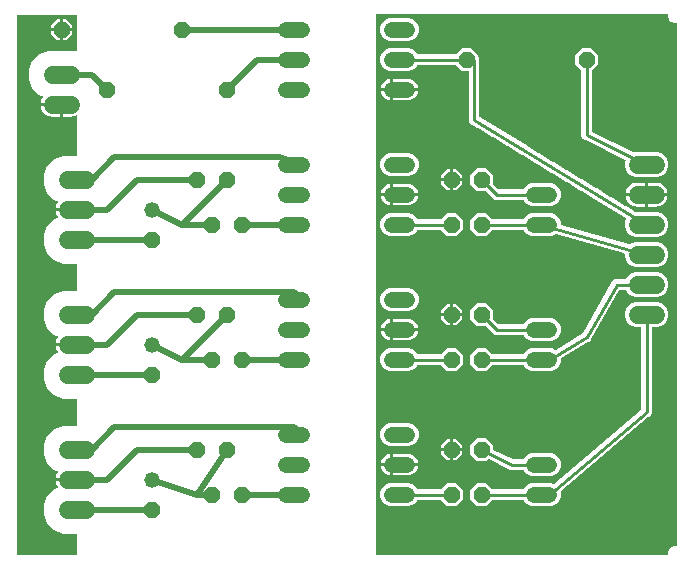
<source format=gbr>
G04 EAGLE Gerber X2 export*
%TF.Part,Single*%
%TF.FileFunction,Copper,L1,Top,Mixed*%
%TF.FilePolarity,Positive*%
%TF.GenerationSoftware,Autodesk,EAGLE,8.6.0*%
%TF.CreationDate,2018-02-02T01:37:18Z*%
G75*
%MOMM*%
%FSLAX34Y34*%
%LPD*%
%AMOC8*
5,1,8,0,0,1.08239X$1,22.5*%
G01*
%ADD10C,1.320800*%
%ADD11P,1.429621X8X22.500000*%
%ADD12C,1.524000*%
%ADD13P,1.429621X8X202.500000*%
%ADD14P,1.429621X8X292.500000*%
%ADD15C,1.320800*%
%ADD16C,0.508000*%
%ADD17C,0.254000*%

G36*
X601318Y189742D02*
X601318Y189742D01*
X601337Y189740D01*
X601439Y189762D01*
X601541Y189779D01*
X601558Y189788D01*
X601578Y189792D01*
X601667Y189845D01*
X601758Y189894D01*
X601772Y189908D01*
X601789Y189918D01*
X601856Y189997D01*
X601928Y190072D01*
X601936Y190090D01*
X601949Y190105D01*
X601988Y190201D01*
X602031Y190295D01*
X602033Y190315D01*
X602041Y190333D01*
X602059Y190500D01*
X602059Y192000D01*
X603207Y194772D01*
X605328Y196893D01*
X608100Y198041D01*
X609600Y198041D01*
X609620Y198044D01*
X609639Y198042D01*
X609741Y198064D01*
X609843Y198080D01*
X609860Y198090D01*
X609880Y198094D01*
X609969Y198147D01*
X610060Y198196D01*
X610074Y198210D01*
X610091Y198220D01*
X610158Y198299D01*
X610230Y198374D01*
X610238Y198392D01*
X610251Y198407D01*
X610290Y198503D01*
X610333Y198597D01*
X610335Y198617D01*
X610343Y198635D01*
X610361Y198802D01*
X610361Y639398D01*
X610358Y639418D01*
X610360Y639437D01*
X610338Y639539D01*
X610322Y639641D01*
X610312Y639658D01*
X610308Y639678D01*
X610255Y639767D01*
X610206Y639858D01*
X610192Y639872D01*
X610182Y639889D01*
X610103Y639956D01*
X610028Y640028D01*
X610010Y640036D01*
X609995Y640049D01*
X609899Y640088D01*
X609805Y640131D01*
X609785Y640133D01*
X609767Y640141D01*
X609600Y640159D01*
X608100Y640159D01*
X605328Y641307D01*
X603207Y643428D01*
X602059Y646200D01*
X602059Y647700D01*
X602056Y647720D01*
X602058Y647739D01*
X602036Y647841D01*
X602020Y647943D01*
X602010Y647960D01*
X602006Y647980D01*
X601953Y648069D01*
X601904Y648160D01*
X601890Y648174D01*
X601880Y648191D01*
X601801Y648258D01*
X601726Y648330D01*
X601708Y648338D01*
X601693Y648351D01*
X601597Y648390D01*
X601503Y648433D01*
X601483Y648435D01*
X601465Y648443D01*
X601298Y648461D01*
X355600Y648461D01*
X355580Y648458D01*
X355561Y648460D01*
X355459Y648438D01*
X355357Y648422D01*
X355340Y648412D01*
X355320Y648408D01*
X355231Y648355D01*
X355140Y648306D01*
X355126Y648292D01*
X355109Y648282D01*
X355042Y648203D01*
X354971Y648128D01*
X354962Y648110D01*
X354949Y648095D01*
X354910Y647999D01*
X354867Y647905D01*
X354865Y647885D01*
X354857Y647867D01*
X354839Y647700D01*
X354839Y190500D01*
X354842Y190480D01*
X354840Y190461D01*
X354862Y190359D01*
X354879Y190257D01*
X354888Y190240D01*
X354892Y190220D01*
X354945Y190131D01*
X354994Y190040D01*
X355008Y190026D01*
X355018Y190009D01*
X355097Y189942D01*
X355172Y189871D01*
X355190Y189862D01*
X355205Y189849D01*
X355301Y189810D01*
X355395Y189767D01*
X355415Y189765D01*
X355433Y189757D01*
X355600Y189739D01*
X601298Y189739D01*
X601318Y189742D01*
G37*
G36*
X101620Y190504D02*
X101620Y190504D01*
X101639Y190502D01*
X101741Y190524D01*
X101843Y190540D01*
X101860Y190550D01*
X101880Y190554D01*
X101969Y190607D01*
X102060Y190656D01*
X102074Y190670D01*
X102091Y190680D01*
X102158Y190759D01*
X102230Y190834D01*
X102238Y190852D01*
X102251Y190867D01*
X102290Y190963D01*
X102333Y191057D01*
X102335Y191077D01*
X102343Y191095D01*
X102361Y191262D01*
X102361Y207518D01*
X102358Y207538D01*
X102360Y207557D01*
X102338Y207659D01*
X102322Y207761D01*
X102312Y207778D01*
X102308Y207798D01*
X102255Y207887D01*
X102206Y207978D01*
X102192Y207992D01*
X102182Y208009D01*
X102103Y208076D01*
X102028Y208148D01*
X102010Y208156D01*
X101995Y208169D01*
X101899Y208208D01*
X101805Y208251D01*
X101785Y208253D01*
X101767Y208261D01*
X101600Y208279D01*
X89938Y208279D01*
X82469Y211373D01*
X76753Y217089D01*
X73659Y224558D01*
X73659Y232642D01*
X76753Y240111D01*
X82469Y245827D01*
X85335Y247014D01*
X85428Y247072D01*
X85523Y247126D01*
X85532Y247136D01*
X85544Y247144D01*
X85614Y247228D01*
X85687Y247309D01*
X85692Y247322D01*
X85701Y247333D01*
X85740Y247435D01*
X85783Y247536D01*
X85784Y247550D01*
X85789Y247563D01*
X85794Y247672D01*
X85803Y247781D01*
X85799Y247794D01*
X85800Y247809D01*
X85769Y247914D01*
X85743Y248019D01*
X85734Y248034D01*
X85731Y248045D01*
X85715Y248069D01*
X85660Y248165D01*
X85290Y248675D01*
X84564Y250100D01*
X84069Y251621D01*
X83934Y252477D01*
X100838Y252477D01*
X100858Y252480D01*
X100877Y252478D01*
X100979Y252500D01*
X101081Y252517D01*
X101098Y252526D01*
X101118Y252530D01*
X101207Y252583D01*
X101298Y252632D01*
X101312Y252646D01*
X101329Y252656D01*
X101396Y252735D01*
X101467Y252810D01*
X101476Y252828D01*
X101489Y252843D01*
X101527Y252939D01*
X101571Y253033D01*
X101573Y253053D01*
X101581Y253071D01*
X101599Y253238D01*
X101599Y254762D01*
X101596Y254782D01*
X101598Y254801D01*
X101576Y254903D01*
X101559Y255005D01*
X101550Y255022D01*
X101546Y255042D01*
X101493Y255131D01*
X101444Y255222D01*
X101430Y255236D01*
X101420Y255253D01*
X101341Y255320D01*
X101266Y255391D01*
X101248Y255400D01*
X101233Y255413D01*
X101137Y255452D01*
X101043Y255495D01*
X101023Y255497D01*
X101005Y255505D01*
X100838Y255523D01*
X83934Y255523D01*
X84069Y256379D01*
X84564Y257900D01*
X85290Y259325D01*
X85660Y259835D01*
X85709Y259932D01*
X85762Y260028D01*
X85764Y260042D01*
X85771Y260055D01*
X85786Y260163D01*
X85805Y260270D01*
X85803Y260284D01*
X85805Y260298D01*
X85785Y260405D01*
X85769Y260513D01*
X85763Y260526D01*
X85760Y260540D01*
X85707Y260635D01*
X85658Y260733D01*
X85648Y260743D01*
X85641Y260755D01*
X85560Y260828D01*
X85482Y260905D01*
X85467Y260913D01*
X85459Y260921D01*
X85433Y260932D01*
X85335Y260986D01*
X82469Y262173D01*
X76753Y267889D01*
X73659Y275358D01*
X73659Y283442D01*
X76753Y290911D01*
X82469Y296627D01*
X89938Y299721D01*
X101600Y299721D01*
X101620Y299724D01*
X101639Y299722D01*
X101741Y299744D01*
X101843Y299760D01*
X101860Y299770D01*
X101880Y299774D01*
X101969Y299827D01*
X102060Y299876D01*
X102074Y299890D01*
X102091Y299900D01*
X102158Y299979D01*
X102230Y300054D01*
X102238Y300072D01*
X102251Y300087D01*
X102290Y300183D01*
X102333Y300277D01*
X102335Y300297D01*
X102343Y300315D01*
X102361Y300482D01*
X102361Y321818D01*
X102358Y321838D01*
X102360Y321857D01*
X102338Y321959D01*
X102322Y322061D01*
X102312Y322078D01*
X102308Y322098D01*
X102255Y322187D01*
X102206Y322278D01*
X102192Y322292D01*
X102182Y322309D01*
X102103Y322376D01*
X102028Y322448D01*
X102010Y322456D01*
X101995Y322469D01*
X101899Y322508D01*
X101805Y322551D01*
X101785Y322553D01*
X101767Y322561D01*
X101600Y322579D01*
X89938Y322579D01*
X82469Y325673D01*
X76753Y331389D01*
X73659Y338858D01*
X73659Y346942D01*
X76753Y354411D01*
X82469Y360127D01*
X85335Y361314D01*
X85428Y361372D01*
X85523Y361426D01*
X85532Y361436D01*
X85544Y361444D01*
X85614Y361528D01*
X85687Y361609D01*
X85692Y361622D01*
X85701Y361633D01*
X85740Y361735D01*
X85783Y361836D01*
X85784Y361850D01*
X85789Y361863D01*
X85794Y361972D01*
X85803Y362081D01*
X85799Y362094D01*
X85800Y362109D01*
X85769Y362214D01*
X85743Y362319D01*
X85734Y362334D01*
X85731Y362345D01*
X85715Y362369D01*
X85660Y362465D01*
X85290Y362975D01*
X84564Y364400D01*
X84069Y365921D01*
X83934Y366777D01*
X100838Y366777D01*
X100858Y366780D01*
X100877Y366778D01*
X100979Y366800D01*
X101081Y366817D01*
X101098Y366826D01*
X101118Y366830D01*
X101207Y366883D01*
X101298Y366932D01*
X101312Y366946D01*
X101329Y366956D01*
X101396Y367035D01*
X101467Y367110D01*
X101476Y367128D01*
X101489Y367143D01*
X101527Y367239D01*
X101571Y367333D01*
X101573Y367353D01*
X101581Y367371D01*
X101599Y367538D01*
X101599Y369062D01*
X101596Y369082D01*
X101598Y369101D01*
X101576Y369203D01*
X101559Y369305D01*
X101550Y369322D01*
X101546Y369342D01*
X101493Y369431D01*
X101444Y369522D01*
X101430Y369536D01*
X101420Y369553D01*
X101341Y369620D01*
X101266Y369691D01*
X101248Y369700D01*
X101233Y369713D01*
X101137Y369752D01*
X101043Y369795D01*
X101023Y369797D01*
X101005Y369805D01*
X100838Y369823D01*
X83934Y369823D01*
X84069Y370679D01*
X84564Y372200D01*
X85290Y373625D01*
X85660Y374135D01*
X85709Y374232D01*
X85762Y374328D01*
X85764Y374342D01*
X85771Y374355D01*
X85786Y374463D01*
X85805Y374570D01*
X85803Y374584D01*
X85805Y374598D01*
X85785Y374705D01*
X85769Y374813D01*
X85763Y374826D01*
X85760Y374840D01*
X85707Y374935D01*
X85658Y375033D01*
X85648Y375043D01*
X85641Y375055D01*
X85560Y375128D01*
X85482Y375205D01*
X85467Y375213D01*
X85459Y375221D01*
X85433Y375232D01*
X85335Y375286D01*
X82469Y376473D01*
X76753Y382189D01*
X73659Y389658D01*
X73659Y397742D01*
X76753Y405211D01*
X82469Y410927D01*
X89938Y414021D01*
X101600Y414021D01*
X101620Y414024D01*
X101639Y414022D01*
X101741Y414044D01*
X101843Y414060D01*
X101860Y414070D01*
X101880Y414074D01*
X101969Y414127D01*
X102060Y414176D01*
X102074Y414190D01*
X102091Y414200D01*
X102158Y414279D01*
X102230Y414354D01*
X102238Y414372D01*
X102251Y414387D01*
X102290Y414483D01*
X102333Y414577D01*
X102335Y414597D01*
X102343Y414615D01*
X102361Y414782D01*
X102361Y436118D01*
X102358Y436138D01*
X102360Y436157D01*
X102338Y436259D01*
X102322Y436361D01*
X102312Y436378D01*
X102308Y436398D01*
X102255Y436487D01*
X102206Y436578D01*
X102192Y436592D01*
X102182Y436609D01*
X102103Y436676D01*
X102028Y436748D01*
X102010Y436756D01*
X101995Y436769D01*
X101899Y436808D01*
X101805Y436851D01*
X101785Y436853D01*
X101767Y436861D01*
X101600Y436879D01*
X89938Y436879D01*
X82469Y439973D01*
X76753Y445689D01*
X73659Y453158D01*
X73659Y461242D01*
X76753Y468711D01*
X82469Y474427D01*
X85335Y475614D01*
X85428Y475672D01*
X85523Y475726D01*
X85532Y475736D01*
X85544Y475744D01*
X85614Y475828D01*
X85687Y475909D01*
X85692Y475922D01*
X85701Y475933D01*
X85740Y476035D01*
X85783Y476136D01*
X85784Y476150D01*
X85789Y476163D01*
X85794Y476272D01*
X85803Y476381D01*
X85799Y476394D01*
X85800Y476409D01*
X85769Y476514D01*
X85743Y476619D01*
X85734Y476634D01*
X85731Y476645D01*
X85715Y476669D01*
X85660Y476765D01*
X85290Y477275D01*
X84564Y478700D01*
X84069Y480221D01*
X83934Y481077D01*
X100838Y481077D01*
X100858Y481080D01*
X100877Y481078D01*
X100979Y481100D01*
X101081Y481117D01*
X101098Y481126D01*
X101118Y481130D01*
X101207Y481183D01*
X101298Y481232D01*
X101312Y481246D01*
X101329Y481256D01*
X101396Y481335D01*
X101467Y481410D01*
X101476Y481428D01*
X101489Y481443D01*
X101527Y481539D01*
X101571Y481633D01*
X101573Y481653D01*
X101581Y481671D01*
X101599Y481838D01*
X101599Y483362D01*
X101596Y483382D01*
X101598Y483401D01*
X101576Y483503D01*
X101559Y483605D01*
X101550Y483622D01*
X101546Y483642D01*
X101493Y483731D01*
X101444Y483822D01*
X101430Y483836D01*
X101420Y483853D01*
X101341Y483920D01*
X101266Y483991D01*
X101248Y484000D01*
X101233Y484013D01*
X101137Y484052D01*
X101043Y484095D01*
X101023Y484097D01*
X101005Y484105D01*
X100838Y484123D01*
X83934Y484123D01*
X84069Y484979D01*
X84564Y486500D01*
X85290Y487925D01*
X85660Y488435D01*
X85709Y488532D01*
X85762Y488628D01*
X85764Y488642D01*
X85771Y488655D01*
X85786Y488763D01*
X85805Y488870D01*
X85803Y488884D01*
X85805Y488898D01*
X85785Y489005D01*
X85769Y489113D01*
X85763Y489126D01*
X85760Y489140D01*
X85707Y489235D01*
X85658Y489333D01*
X85648Y489343D01*
X85641Y489355D01*
X85560Y489428D01*
X85482Y489505D01*
X85467Y489513D01*
X85459Y489521D01*
X85433Y489532D01*
X85335Y489586D01*
X82469Y490773D01*
X76753Y496489D01*
X73659Y503958D01*
X73659Y512042D01*
X76753Y519511D01*
X82469Y525227D01*
X89938Y528321D01*
X101600Y528321D01*
X101620Y528324D01*
X101639Y528322D01*
X101741Y528344D01*
X101843Y528360D01*
X101860Y528370D01*
X101880Y528374D01*
X101969Y528427D01*
X102060Y528476D01*
X102074Y528490D01*
X102091Y528500D01*
X102158Y528579D01*
X102230Y528654D01*
X102238Y528672D01*
X102251Y528687D01*
X102290Y528783D01*
X102333Y528877D01*
X102335Y528897D01*
X102343Y528915D01*
X102361Y529082D01*
X102361Y561830D01*
X102349Y561905D01*
X102346Y561981D01*
X102329Y562026D01*
X102322Y562073D01*
X102286Y562140D01*
X102259Y562211D01*
X102229Y562248D01*
X102206Y562290D01*
X102152Y562343D01*
X102104Y562401D01*
X102063Y562427D01*
X102028Y562460D01*
X101959Y562492D01*
X101895Y562532D01*
X101849Y562543D01*
X101805Y562563D01*
X101730Y562572D01*
X101656Y562590D01*
X101608Y562585D01*
X101561Y562591D01*
X101487Y562575D01*
X101411Y562568D01*
X101351Y562545D01*
X101320Y562538D01*
X101298Y562525D01*
X101254Y562509D01*
X100420Y562084D01*
X98899Y561589D01*
X97320Y561339D01*
X90423Y561339D01*
X90423Y570738D01*
X90420Y570758D01*
X90422Y570777D01*
X90400Y570879D01*
X90383Y570981D01*
X90374Y570998D01*
X90370Y571018D01*
X90317Y571107D01*
X90268Y571198D01*
X90254Y571212D01*
X90244Y571229D01*
X90165Y571296D01*
X90090Y571367D01*
X90072Y571376D01*
X90057Y571389D01*
X89961Y571427D01*
X89867Y571471D01*
X89847Y571473D01*
X89829Y571481D01*
X89662Y571499D01*
X88899Y571499D01*
X88899Y572262D01*
X88896Y572282D01*
X88898Y572301D01*
X88876Y572403D01*
X88859Y572505D01*
X88850Y572522D01*
X88846Y572542D01*
X88793Y572631D01*
X88744Y572722D01*
X88730Y572736D01*
X88720Y572753D01*
X88641Y572820D01*
X88566Y572891D01*
X88548Y572900D01*
X88533Y572913D01*
X88437Y572952D01*
X88343Y572995D01*
X88323Y572997D01*
X88305Y573005D01*
X88138Y573023D01*
X71234Y573023D01*
X71369Y573879D01*
X71864Y575400D01*
X72590Y576825D01*
X72960Y577335D01*
X73009Y577432D01*
X73062Y577528D01*
X73064Y577542D01*
X73071Y577555D01*
X73086Y577662D01*
X73105Y577770D01*
X73103Y577784D01*
X73105Y577798D01*
X73085Y577906D01*
X73070Y578013D01*
X73063Y578026D01*
X73060Y578040D01*
X73007Y578135D01*
X72958Y578233D01*
X72948Y578243D01*
X72941Y578255D01*
X72861Y578328D01*
X72782Y578405D01*
X72767Y578413D01*
X72759Y578421D01*
X72733Y578432D01*
X72635Y578486D01*
X69769Y579673D01*
X64053Y585389D01*
X60959Y592858D01*
X60959Y600942D01*
X64053Y608411D01*
X69769Y614127D01*
X77238Y617221D01*
X100562Y617221D01*
X101309Y616911D01*
X101353Y616901D01*
X101395Y616882D01*
X101472Y616873D01*
X101548Y616855D01*
X101594Y616860D01*
X101639Y616855D01*
X101716Y616871D01*
X101793Y616878D01*
X101835Y616897D01*
X101880Y616907D01*
X101947Y616947D01*
X102018Y616978D01*
X102052Y617009D01*
X102091Y617033D01*
X102142Y617092D01*
X102199Y617145D01*
X102221Y617185D01*
X102251Y617220D01*
X102280Y617292D01*
X102317Y617360D01*
X102326Y617405D01*
X102343Y617448D01*
X102358Y617584D01*
X102361Y617602D01*
X102360Y617607D01*
X102361Y617615D01*
X102361Y646838D01*
X102358Y646858D01*
X102360Y646877D01*
X102338Y646979D01*
X102322Y647081D01*
X102312Y647098D01*
X102308Y647118D01*
X102255Y647207D01*
X102206Y647298D01*
X102192Y647312D01*
X102182Y647329D01*
X102103Y647396D01*
X102028Y647468D01*
X102010Y647476D01*
X101995Y647489D01*
X101899Y647528D01*
X101805Y647571D01*
X101785Y647573D01*
X101767Y647581D01*
X101600Y647599D01*
X51562Y647599D01*
X51542Y647596D01*
X51523Y647598D01*
X51421Y647576D01*
X51319Y647560D01*
X51302Y647550D01*
X51282Y647546D01*
X51193Y647493D01*
X51102Y647444D01*
X51088Y647430D01*
X51071Y647420D01*
X51004Y647341D01*
X50932Y647266D01*
X50924Y647248D01*
X50911Y647233D01*
X50872Y647137D01*
X50829Y647043D01*
X50827Y647023D01*
X50819Y647005D01*
X50801Y646838D01*
X50801Y191262D01*
X50804Y191242D01*
X50802Y191223D01*
X50824Y191121D01*
X50840Y191019D01*
X50850Y191002D01*
X50854Y190982D01*
X50907Y190893D01*
X50956Y190802D01*
X50970Y190788D01*
X50980Y190771D01*
X51059Y190704D01*
X51134Y190632D01*
X51152Y190624D01*
X51167Y190611D01*
X51263Y190572D01*
X51357Y190529D01*
X51377Y190527D01*
X51395Y190519D01*
X51562Y190501D01*
X101600Y190501D01*
X101620Y190504D01*
G37*
%LPC*%
G36*
X574458Y459231D02*
X574458Y459231D01*
X570537Y460855D01*
X567535Y463857D01*
X565911Y467778D01*
X565911Y472022D01*
X566970Y474578D01*
X566989Y474660D01*
X567017Y474740D01*
X567017Y474779D01*
X567026Y474817D01*
X567018Y474901D01*
X567019Y474986D01*
X567007Y475023D01*
X567003Y475062D01*
X566968Y475139D01*
X566942Y475220D01*
X566919Y475251D01*
X566903Y475287D01*
X566846Y475349D01*
X566795Y475417D01*
X566755Y475448D01*
X566736Y475468D01*
X566710Y475482D01*
X566662Y475519D01*
X539842Y491845D01*
X538592Y492606D01*
X538591Y492606D01*
X537341Y493367D01*
X536090Y494128D01*
X534840Y494890D01*
X534839Y494890D01*
X533589Y495651D01*
X532338Y496412D01*
X531088Y497173D01*
X529837Y497935D01*
X528587Y498696D01*
X528586Y498696D01*
X527336Y499457D01*
X526085Y500218D01*
X524835Y500980D01*
X524834Y500980D01*
X523584Y501741D01*
X522333Y502502D01*
X521083Y503263D01*
X519832Y504025D01*
X518582Y504786D01*
X518581Y504786D01*
X517331Y505547D01*
X516080Y506308D01*
X514830Y507070D01*
X514829Y507070D01*
X513579Y507831D01*
X512328Y508592D01*
X511078Y509353D01*
X509827Y510115D01*
X508577Y510876D01*
X508576Y510876D01*
X507326Y511637D01*
X506075Y512398D01*
X504825Y513160D01*
X504824Y513160D01*
X503574Y513921D01*
X502323Y514682D01*
X501073Y515443D01*
X499822Y516205D01*
X498572Y516966D01*
X498571Y516966D01*
X497321Y517727D01*
X496070Y518488D01*
X494820Y519250D01*
X494819Y519250D01*
X493569Y520011D01*
X492318Y520772D01*
X491068Y521533D01*
X489817Y522295D01*
X488567Y523056D01*
X488566Y523056D01*
X487316Y523817D01*
X486065Y524578D01*
X484815Y525340D01*
X484814Y525340D01*
X483564Y526101D01*
X482313Y526862D01*
X481063Y527623D01*
X479812Y528385D01*
X478562Y529146D01*
X478561Y529146D01*
X477311Y529907D01*
X476060Y530668D01*
X474810Y531430D01*
X474809Y531430D01*
X473559Y532191D01*
X472308Y532952D01*
X471058Y533713D01*
X469807Y534475D01*
X468557Y535236D01*
X468556Y535236D01*
X467306Y535997D01*
X466055Y536758D01*
X464805Y537520D01*
X464804Y537520D01*
X463554Y538281D01*
X462303Y539042D01*
X461053Y539803D01*
X459802Y540565D01*
X458552Y541326D01*
X458551Y541326D01*
X457301Y542087D01*
X456050Y542848D01*
X454800Y543610D01*
X454799Y543610D01*
X453549Y544371D01*
X452298Y545132D01*
X451048Y545893D01*
X449797Y546655D01*
X448547Y547416D01*
X448546Y547416D01*
X447296Y548177D01*
X446045Y548938D01*
X444795Y549700D01*
X444794Y549700D01*
X443544Y550461D01*
X442293Y551222D01*
X441043Y551983D01*
X439792Y552745D01*
X438542Y553506D01*
X438541Y553506D01*
X437291Y554267D01*
X437121Y554370D01*
X437120Y554371D01*
X437000Y554419D01*
X436893Y554463D01*
X436892Y554463D01*
X436726Y554481D01*
X436361Y554481D01*
X435527Y555316D01*
X435521Y555320D01*
X435517Y555325D01*
X435384Y555428D01*
X434376Y556041D01*
X434290Y556395D01*
X434290Y556396D01*
X434244Y556504D01*
X434194Y556622D01*
X434194Y556623D01*
X434089Y556754D01*
X433831Y557011D01*
X433831Y558191D01*
X433830Y558198D01*
X433831Y558205D01*
X433830Y558217D01*
X433830Y558223D01*
X433827Y558240D01*
X433810Y558371D01*
X433531Y559517D01*
X433720Y559829D01*
X433721Y559830D01*
X433769Y559950D01*
X433813Y560057D01*
X433813Y560058D01*
X433831Y560225D01*
X433831Y599186D01*
X433828Y599206D01*
X433830Y599225D01*
X433808Y599327D01*
X433792Y599429D01*
X433782Y599446D01*
X433778Y599466D01*
X433725Y599555D01*
X433676Y599646D01*
X433662Y599660D01*
X433652Y599677D01*
X433573Y599744D01*
X433498Y599816D01*
X433480Y599824D01*
X433465Y599837D01*
X433369Y599876D01*
X433275Y599919D01*
X433255Y599921D01*
X433237Y599929D01*
X433070Y599947D01*
X427802Y599947D01*
X422691Y605058D01*
X422617Y605111D01*
X422547Y605171D01*
X422517Y605183D01*
X422491Y605202D01*
X422404Y605229D01*
X422319Y605263D01*
X422278Y605267D01*
X422256Y605274D01*
X422224Y605273D01*
X422152Y605281D01*
X390676Y605281D01*
X390561Y605262D01*
X390445Y605245D01*
X390439Y605243D01*
X390433Y605242D01*
X390331Y605187D01*
X390226Y605134D01*
X390221Y605129D01*
X390216Y605126D01*
X390136Y605042D01*
X390053Y604958D01*
X390050Y604952D01*
X390046Y604948D01*
X390038Y604931D01*
X389972Y604811D01*
X389691Y604132D01*
X386976Y601417D01*
X383428Y599947D01*
X366380Y599947D01*
X362832Y601417D01*
X360117Y604132D01*
X358647Y607680D01*
X358647Y611520D01*
X360117Y615068D01*
X362832Y617783D01*
X366380Y619253D01*
X383428Y619253D01*
X386976Y617783D01*
X389691Y615068D01*
X389972Y614389D01*
X390034Y614289D01*
X390094Y614189D01*
X390099Y614185D01*
X390102Y614180D01*
X390193Y614105D01*
X390281Y614029D01*
X390287Y614027D01*
X390292Y614023D01*
X390400Y613981D01*
X390509Y613937D01*
X390517Y613936D01*
X390521Y613935D01*
X390539Y613934D01*
X390676Y613919D01*
X422152Y613919D01*
X422242Y613933D01*
X422333Y613941D01*
X422363Y613953D01*
X422395Y613958D01*
X422476Y614001D01*
X422560Y614037D01*
X422592Y614063D01*
X422613Y614074D01*
X422635Y614097D01*
X422691Y614142D01*
X427802Y619253D01*
X435798Y619253D01*
X441453Y613598D01*
X441453Y612720D01*
X441467Y612630D01*
X441475Y612539D01*
X441487Y612509D01*
X441492Y612477D01*
X441535Y612397D01*
X441571Y612313D01*
X441597Y612281D01*
X441608Y612260D01*
X441631Y612238D01*
X441676Y612182D01*
X442469Y611389D01*
X442469Y561655D01*
X442478Y561597D01*
X442478Y561538D01*
X442498Y561476D01*
X442508Y561412D01*
X442536Y561360D01*
X442554Y561304D01*
X442593Y561252D01*
X442624Y561195D01*
X442666Y561154D01*
X442701Y561107D01*
X442779Y561047D01*
X442802Y561025D01*
X442815Y561019D01*
X442834Y561005D01*
X483555Y536218D01*
X484806Y535457D01*
X486056Y534695D01*
X486057Y534695D01*
X487307Y533934D01*
X488558Y533173D01*
X489808Y532412D01*
X491059Y531650D01*
X492310Y530889D01*
X493560Y530128D01*
X494811Y529367D01*
X496061Y528605D01*
X496062Y528605D01*
X497312Y527844D01*
X498563Y527083D01*
X499813Y526322D01*
X501064Y525560D01*
X502315Y524799D01*
X503565Y524038D01*
X504816Y523277D01*
X506066Y522515D01*
X506067Y522515D01*
X507317Y521754D01*
X508568Y520993D01*
X509818Y520232D01*
X511069Y519470D01*
X512320Y518709D01*
X513570Y517948D01*
X514821Y517187D01*
X516071Y516425D01*
X516072Y516425D01*
X517322Y515664D01*
X518573Y514903D01*
X519823Y514142D01*
X521074Y513380D01*
X522325Y512619D01*
X523575Y511858D01*
X524826Y511097D01*
X526076Y510335D01*
X526077Y510335D01*
X527327Y509574D01*
X528578Y508813D01*
X529828Y508052D01*
X531079Y507290D01*
X532330Y506529D01*
X533580Y505768D01*
X534831Y505007D01*
X536081Y504245D01*
X536082Y504245D01*
X537332Y503484D01*
X538583Y502723D01*
X539833Y501962D01*
X541084Y501200D01*
X542335Y500439D01*
X543585Y499678D01*
X544836Y498917D01*
X546086Y498155D01*
X546087Y498155D01*
X547337Y497394D01*
X548588Y496633D01*
X549838Y495872D01*
X551089Y495110D01*
X552340Y494349D01*
X553590Y493588D01*
X554841Y492827D01*
X556091Y492065D01*
X556092Y492065D01*
X557342Y491304D01*
X558593Y490543D01*
X559843Y489782D01*
X561094Y489020D01*
X562344Y488259D01*
X562345Y488259D01*
X563595Y487498D01*
X564846Y486737D01*
X566096Y485975D01*
X566097Y485975D01*
X567347Y485214D01*
X568598Y484453D01*
X569848Y483692D01*
X571099Y482930D01*
X572349Y482169D01*
X572350Y482169D01*
X573600Y481408D01*
X574797Y480680D01*
X574797Y480679D01*
X574918Y480631D01*
X575025Y480587D01*
X575026Y480587D01*
X575192Y480569D01*
X593942Y480569D01*
X597863Y478945D01*
X600865Y475943D01*
X602489Y472022D01*
X602489Y467778D01*
X600865Y463857D01*
X597863Y460855D01*
X593942Y459231D01*
X574458Y459231D01*
G37*
%LPD*%
%LPC*%
G36*
X440502Y231647D02*
X440502Y231647D01*
X434847Y237302D01*
X434847Y245298D01*
X440502Y250953D01*
X448498Y250953D01*
X453609Y245842D01*
X453683Y245789D01*
X453753Y245729D01*
X453783Y245717D01*
X453809Y245698D01*
X453896Y245671D01*
X453981Y245637D01*
X454022Y245633D01*
X454044Y245626D01*
X454076Y245627D01*
X454148Y245619D01*
X479528Y245619D01*
X479643Y245638D01*
X479759Y245655D01*
X479765Y245657D01*
X479771Y245658D01*
X479873Y245713D01*
X479978Y245766D01*
X479983Y245771D01*
X479988Y245774D01*
X480068Y245858D01*
X480151Y245942D01*
X480154Y245948D01*
X480158Y245952D01*
X480166Y245969D01*
X480232Y246089D01*
X480513Y246768D01*
X483228Y249483D01*
X486776Y250953D01*
X503824Y250953D01*
X505106Y250422D01*
X505189Y250402D01*
X505270Y250375D01*
X505308Y250374D01*
X505345Y250366D01*
X505430Y250374D01*
X505516Y250373D01*
X505552Y250385D01*
X505590Y250389D01*
X505668Y250424D01*
X505750Y250450D01*
X505791Y250478D01*
X505815Y250489D01*
X505837Y250509D01*
X505889Y250544D01*
X579612Y312925D01*
X579685Y313011D01*
X579771Y313111D01*
X579771Y313112D01*
X579813Y313216D01*
X579863Y313339D01*
X579863Y313340D01*
X579863Y313342D01*
X579881Y313506D01*
X579881Y382270D01*
X579878Y382290D01*
X579880Y382309D01*
X579858Y382411D01*
X579842Y382513D01*
X579832Y382530D01*
X579828Y382550D01*
X579775Y382639D01*
X579726Y382730D01*
X579712Y382744D01*
X579702Y382761D01*
X579623Y382828D01*
X579548Y382900D01*
X579530Y382908D01*
X579515Y382921D01*
X579419Y382960D01*
X579325Y383003D01*
X579305Y383005D01*
X579287Y383013D01*
X579120Y383031D01*
X574458Y383031D01*
X570537Y384655D01*
X567535Y387657D01*
X565911Y391578D01*
X565911Y395822D01*
X567535Y399743D01*
X570537Y402745D01*
X574458Y404369D01*
X593942Y404369D01*
X597863Y402745D01*
X600865Y399743D01*
X602489Y395822D01*
X602489Y391578D01*
X600865Y387657D01*
X597863Y384655D01*
X593942Y383031D01*
X589280Y383031D01*
X589260Y383028D01*
X589241Y383030D01*
X589139Y383008D01*
X589037Y382992D01*
X589020Y382982D01*
X589000Y382978D01*
X588911Y382925D01*
X588820Y382876D01*
X588806Y382862D01*
X588789Y382852D01*
X588722Y382773D01*
X588650Y382698D01*
X588642Y382680D01*
X588629Y382665D01*
X588590Y382569D01*
X588547Y382475D01*
X588545Y382455D01*
X588537Y382437D01*
X588519Y382270D01*
X588519Y313011D01*
X588528Y312952D01*
X588528Y312892D01*
X588548Y312831D01*
X588558Y312768D01*
X588586Y312715D01*
X588605Y312658D01*
X588653Y312587D01*
X588521Y311002D01*
X588523Y310979D01*
X588519Y310939D01*
X588519Y309348D01*
X588492Y309321D01*
X588463Y309264D01*
X588426Y309212D01*
X588409Y309155D01*
X588382Y309102D01*
X588365Y309017D01*
X587151Y307990D01*
X587136Y307972D01*
X587104Y307947D01*
X585979Y306822D01*
X585942Y306822D01*
X585881Y306802D01*
X585818Y306792D01*
X585765Y306764D01*
X585708Y306745D01*
X585629Y306692D01*
X585601Y306676D01*
X585590Y306665D01*
X585569Y306651D01*
X511734Y244175D01*
X511717Y244156D01*
X511696Y244141D01*
X511638Y244063D01*
X511574Y243988D01*
X511565Y243964D01*
X511550Y243944D01*
X511519Y243851D01*
X511483Y243760D01*
X511481Y243734D01*
X511473Y243710D01*
X511474Y243612D01*
X511469Y243514D01*
X511475Y243490D01*
X511476Y243464D01*
X511522Y243303D01*
X511557Y243220D01*
X511557Y239380D01*
X510087Y235832D01*
X507372Y233117D01*
X503824Y231647D01*
X486776Y231647D01*
X483228Y233117D01*
X480513Y235832D01*
X480232Y236511D01*
X480170Y236611D01*
X480110Y236711D01*
X480105Y236715D01*
X480102Y236720D01*
X480011Y236795D01*
X479923Y236871D01*
X479917Y236873D01*
X479912Y236877D01*
X479804Y236919D01*
X479695Y236963D01*
X479687Y236964D01*
X479683Y236965D01*
X479665Y236966D01*
X479528Y236981D01*
X454148Y236981D01*
X454057Y236967D01*
X453967Y236959D01*
X453937Y236947D01*
X453905Y236942D01*
X453824Y236899D01*
X453740Y236863D01*
X453708Y236837D01*
X453687Y236826D01*
X453665Y236803D01*
X453609Y236758D01*
X448498Y231647D01*
X440502Y231647D01*
G37*
%LPD*%
%LPC*%
G36*
X440502Y345947D02*
X440502Y345947D01*
X434847Y351602D01*
X434847Y359598D01*
X440502Y365253D01*
X448498Y365253D01*
X453609Y360142D01*
X453683Y360089D01*
X453753Y360029D01*
X453783Y360017D01*
X453809Y359998D01*
X453896Y359971D01*
X453981Y359937D01*
X454022Y359933D01*
X454044Y359926D01*
X454076Y359927D01*
X454148Y359919D01*
X479528Y359919D01*
X479643Y359938D01*
X479759Y359955D01*
X479765Y359957D01*
X479771Y359958D01*
X479873Y360013D01*
X479978Y360066D01*
X479983Y360071D01*
X479988Y360074D01*
X480068Y360158D01*
X480151Y360242D01*
X480154Y360248D01*
X480158Y360252D01*
X480166Y360269D01*
X480232Y360389D01*
X480513Y361068D01*
X483228Y363783D01*
X486776Y365253D01*
X503824Y365253D01*
X506735Y364047D01*
X506759Y364041D01*
X506780Y364030D01*
X506878Y364013D01*
X506975Y363991D01*
X506999Y363993D01*
X507023Y363989D01*
X507121Y364004D01*
X507220Y364014D01*
X507242Y364024D01*
X507266Y364027D01*
X507418Y364097D01*
X530040Y377670D01*
X530124Y377741D01*
X530210Y377810D01*
X530220Y377823D01*
X530227Y377829D01*
X530242Y377853D01*
X530309Y377945D01*
X554381Y420071D01*
X554420Y420177D01*
X554463Y420282D01*
X554464Y420294D01*
X554467Y420302D01*
X554468Y420327D01*
X554481Y420449D01*
X554481Y420889D01*
X555265Y421673D01*
X555275Y421687D01*
X555289Y421698D01*
X555388Y421833D01*
X555938Y422796D01*
X556362Y422912D01*
X556465Y422959D01*
X556569Y423003D01*
X556579Y423010D01*
X556586Y423014D01*
X556604Y423031D01*
X556700Y423108D01*
X557011Y423419D01*
X558120Y423419D01*
X558137Y423422D01*
X558154Y423420D01*
X558320Y423446D01*
X559390Y423737D01*
X559771Y423519D01*
X559877Y423480D01*
X559982Y423437D01*
X559994Y423436D01*
X560002Y423433D01*
X560027Y423432D01*
X560149Y423419D01*
X566312Y423419D01*
X566427Y423438D01*
X566543Y423455D01*
X566549Y423457D01*
X566555Y423458D01*
X566658Y423513D01*
X566763Y423566D01*
X566767Y423571D01*
X566773Y423574D01*
X566853Y423658D01*
X566935Y423742D01*
X566939Y423748D01*
X566942Y423752D01*
X566950Y423769D01*
X567016Y423889D01*
X567535Y425143D01*
X570537Y428145D01*
X574458Y429769D01*
X593942Y429769D01*
X597863Y428145D01*
X600865Y425143D01*
X602489Y421222D01*
X602489Y416978D01*
X600865Y413057D01*
X597863Y410055D01*
X593942Y408431D01*
X574458Y408431D01*
X570537Y410055D01*
X567535Y413057D01*
X567016Y414311D01*
X566954Y414411D01*
X566894Y414511D01*
X566890Y414515D01*
X566886Y414520D01*
X566796Y414595D01*
X566707Y414671D01*
X566702Y414673D01*
X566697Y414677D01*
X566588Y414719D01*
X566479Y414763D01*
X566472Y414764D01*
X566467Y414765D01*
X566449Y414766D01*
X566312Y414781D01*
X561748Y414781D01*
X561680Y414770D01*
X561610Y414769D01*
X561559Y414750D01*
X561505Y414742D01*
X561444Y414709D01*
X561379Y414686D01*
X561336Y414652D01*
X561288Y414626D01*
X561240Y414576D01*
X561186Y414533D01*
X561141Y414472D01*
X561119Y414448D01*
X561109Y414428D01*
X561087Y414398D01*
X537497Y373116D01*
X537490Y373096D01*
X537478Y373080D01*
X537420Y372923D01*
X537156Y371867D01*
X536760Y371630D01*
X536676Y371558D01*
X536590Y371490D01*
X536580Y371477D01*
X536573Y371471D01*
X536558Y371447D01*
X536491Y371355D01*
X536262Y370954D01*
X535212Y370668D01*
X535194Y370659D01*
X535173Y370656D01*
X535021Y370586D01*
X511926Y356729D01*
X511880Y356690D01*
X511827Y356658D01*
X511786Y356611D01*
X511739Y356570D01*
X511707Y356518D01*
X511667Y356471D01*
X511644Y356413D01*
X511611Y356360D01*
X511598Y356300D01*
X511575Y356243D01*
X511565Y356152D01*
X511558Y356120D01*
X511560Y356103D01*
X511557Y356077D01*
X511557Y353680D01*
X510087Y350132D01*
X507372Y347417D01*
X503824Y345947D01*
X486776Y345947D01*
X483228Y347417D01*
X480513Y350132D01*
X480232Y350811D01*
X480170Y350911D01*
X480110Y351011D01*
X480105Y351015D01*
X480102Y351020D01*
X480011Y351095D01*
X479923Y351171D01*
X479917Y351173D01*
X479912Y351177D01*
X479804Y351219D01*
X479695Y351263D01*
X479687Y351264D01*
X479683Y351265D01*
X479665Y351266D01*
X479528Y351281D01*
X454148Y351281D01*
X454058Y351267D01*
X453967Y351259D01*
X453937Y351247D01*
X453905Y351242D01*
X453824Y351199D01*
X453740Y351163D01*
X453708Y351137D01*
X453687Y351126D01*
X453665Y351103D01*
X453609Y351058D01*
X448498Y345947D01*
X440502Y345947D01*
G37*
%LPD*%
%LPC*%
G36*
X574458Y433831D02*
X574458Y433831D01*
X570537Y435455D01*
X567535Y438457D01*
X565911Y442378D01*
X565911Y444660D01*
X565905Y444697D01*
X565908Y444734D01*
X565885Y444818D01*
X565872Y444902D01*
X565854Y444935D01*
X565844Y444972D01*
X565797Y445044D01*
X565756Y445120D01*
X565729Y445146D01*
X565708Y445177D01*
X565641Y445230D01*
X565578Y445289D01*
X565544Y445305D01*
X565514Y445328D01*
X565359Y445392D01*
X507974Y461787D01*
X507926Y461793D01*
X507880Y461808D01*
X507804Y461807D01*
X507729Y461816D01*
X507682Y461806D01*
X507634Y461806D01*
X507511Y461770D01*
X507489Y461765D01*
X507483Y461762D01*
X507473Y461759D01*
X503824Y460247D01*
X486776Y460247D01*
X483228Y461717D01*
X480513Y464432D01*
X480232Y465111D01*
X480170Y465211D01*
X480110Y465311D01*
X480105Y465315D01*
X480102Y465320D01*
X480011Y465395D01*
X479923Y465471D01*
X479917Y465473D01*
X479912Y465477D01*
X479804Y465519D01*
X479695Y465563D01*
X479687Y465564D01*
X479683Y465565D01*
X479665Y465566D01*
X479528Y465581D01*
X454148Y465581D01*
X454058Y465567D01*
X453967Y465559D01*
X453937Y465547D01*
X453905Y465542D01*
X453824Y465499D01*
X453740Y465463D01*
X453708Y465437D01*
X453687Y465426D01*
X453665Y465403D01*
X453609Y465358D01*
X448498Y460247D01*
X440502Y460247D01*
X434847Y465902D01*
X434847Y473898D01*
X440502Y479553D01*
X448498Y479553D01*
X453609Y474442D01*
X453683Y474389D01*
X453753Y474329D01*
X453783Y474317D01*
X453809Y474298D01*
X453896Y474271D01*
X453981Y474237D01*
X454022Y474233D01*
X454044Y474226D01*
X454076Y474227D01*
X454148Y474219D01*
X479528Y474219D01*
X479643Y474238D01*
X479759Y474255D01*
X479765Y474257D01*
X479771Y474258D01*
X479873Y474313D01*
X479978Y474366D01*
X479983Y474371D01*
X479988Y474374D01*
X480068Y474458D01*
X480151Y474542D01*
X480154Y474548D01*
X480158Y474552D01*
X480166Y474569D01*
X480232Y474689D01*
X480513Y475368D01*
X483228Y478083D01*
X486776Y479553D01*
X503824Y479553D01*
X507372Y478083D01*
X510087Y475368D01*
X511557Y471820D01*
X511557Y470321D01*
X511563Y470284D01*
X511560Y470246D01*
X511583Y470163D01*
X511596Y470078D01*
X511614Y470045D01*
X511624Y470009D01*
X511671Y469937D01*
X511712Y469861D01*
X511739Y469835D01*
X511760Y469804D01*
X511827Y469751D01*
X511890Y469691D01*
X511924Y469676D01*
X511954Y469653D01*
X512109Y469589D01*
X569601Y453163D01*
X569674Y453154D01*
X569746Y453136D01*
X569796Y453140D01*
X569845Y453134D01*
X569918Y453149D01*
X569991Y453155D01*
X570037Y453175D01*
X570086Y453185D01*
X570150Y453223D01*
X570218Y453252D01*
X570271Y453294D01*
X570298Y453310D01*
X570314Y453329D01*
X570348Y453356D01*
X570537Y453545D01*
X574458Y455169D01*
X593942Y455169D01*
X597863Y453545D01*
X600865Y450543D01*
X602489Y446622D01*
X602489Y442378D01*
X600865Y438457D01*
X597863Y435455D01*
X593942Y433831D01*
X574458Y433831D01*
G37*
%LPD*%
%LPC*%
G36*
X574458Y510031D02*
X574458Y510031D01*
X570537Y511655D01*
X567535Y514657D01*
X565911Y518578D01*
X565911Y522822D01*
X566393Y523984D01*
X566419Y524097D01*
X566448Y524209D01*
X566447Y524217D01*
X566449Y524224D01*
X566438Y524340D01*
X566429Y524455D01*
X566426Y524461D01*
X566426Y524469D01*
X566379Y524575D01*
X566334Y524681D01*
X566329Y524687D01*
X566326Y524693D01*
X566248Y524779D01*
X566171Y524865D01*
X566163Y524870D01*
X566159Y524875D01*
X566141Y524885D01*
X566030Y524957D01*
X532541Y541701D01*
X532453Y541728D01*
X532368Y541763D01*
X532328Y541767D01*
X532306Y541774D01*
X532274Y541773D01*
X532201Y541781D01*
X531611Y541781D01*
X530929Y542463D01*
X530898Y542486D01*
X530872Y542515D01*
X530731Y542606D01*
X529869Y543037D01*
X529682Y543597D01*
X529639Y543678D01*
X529603Y543763D01*
X529578Y543794D01*
X529568Y543814D01*
X529544Y543837D01*
X529498Y543894D01*
X529081Y544311D01*
X529081Y545276D01*
X529075Y545314D01*
X529077Y545352D01*
X529042Y545516D01*
X528737Y546431D01*
X529001Y546959D01*
X529028Y547047D01*
X529063Y547132D01*
X529067Y547172D01*
X529074Y547194D01*
X529073Y547226D01*
X529081Y547299D01*
X529081Y599952D01*
X529067Y600043D01*
X529059Y600133D01*
X529047Y600163D01*
X529042Y600195D01*
X528999Y600276D01*
X528963Y600360D01*
X528937Y600392D01*
X528926Y600413D01*
X528903Y600435D01*
X528858Y600491D01*
X523747Y605602D01*
X523747Y613598D01*
X529402Y619253D01*
X537398Y619253D01*
X543053Y613598D01*
X543053Y605602D01*
X537942Y600491D01*
X537889Y600417D01*
X537829Y600347D01*
X537817Y600317D01*
X537798Y600291D01*
X537771Y600204D01*
X537737Y600119D01*
X537733Y600078D01*
X537726Y600056D01*
X537727Y600024D01*
X537719Y599952D01*
X537719Y549240D01*
X537733Y549151D01*
X537740Y549061D01*
X537753Y549030D01*
X537758Y548997D01*
X537801Y548917D01*
X537836Y548834D01*
X537858Y548809D01*
X537874Y548779D01*
X537939Y548717D01*
X537999Y548650D01*
X538034Y548627D01*
X538052Y548610D01*
X538081Y548597D01*
X538140Y548559D01*
X573087Y531085D01*
X573200Y531050D01*
X573312Y531013D01*
X573317Y531014D01*
X573322Y531012D01*
X573439Y531015D01*
X573558Y531016D01*
X573564Y531018D01*
X573568Y531018D01*
X573583Y531023D01*
X573719Y531063D01*
X574458Y531369D01*
X593942Y531369D01*
X597863Y529745D01*
X600865Y526743D01*
X602489Y522822D01*
X602489Y518578D01*
X600865Y514657D01*
X597863Y511655D01*
X593942Y510031D01*
X574458Y510031D01*
G37*
%LPD*%
%LPC*%
G36*
X486776Y371347D02*
X486776Y371347D01*
X483228Y372817D01*
X480513Y375532D01*
X480232Y376211D01*
X480170Y376311D01*
X480110Y376411D01*
X480105Y376415D01*
X480102Y376420D01*
X480011Y376495D01*
X479923Y376571D01*
X479917Y376573D01*
X479912Y376577D01*
X479804Y376619D01*
X479695Y376663D01*
X479687Y376664D01*
X479683Y376665D01*
X479665Y376666D01*
X479528Y376681D01*
X455411Y376681D01*
X448268Y383824D01*
X448194Y383877D01*
X448125Y383937D01*
X448095Y383949D01*
X448068Y383968D01*
X447981Y383995D01*
X447897Y384029D01*
X447856Y384033D01*
X447833Y384040D01*
X447801Y384039D01*
X447730Y384047D01*
X440502Y384047D01*
X434847Y389702D01*
X434847Y397698D01*
X440502Y403353D01*
X448498Y403353D01*
X454153Y397698D01*
X454153Y390470D01*
X454167Y390380D01*
X454175Y390289D01*
X454187Y390259D01*
X454192Y390227D01*
X454235Y390147D01*
X454271Y390063D01*
X454297Y390031D01*
X454308Y390010D01*
X454331Y389988D01*
X454376Y389932D01*
X458766Y385542D01*
X458840Y385489D01*
X458909Y385429D01*
X458939Y385417D01*
X458966Y385398D01*
X459053Y385371D01*
X459137Y385337D01*
X459178Y385333D01*
X459201Y385326D01*
X459233Y385327D01*
X459304Y385319D01*
X479528Y385319D01*
X479643Y385338D01*
X479759Y385355D01*
X479765Y385357D01*
X479771Y385358D01*
X479873Y385413D01*
X479978Y385466D01*
X479983Y385471D01*
X479988Y385474D01*
X480068Y385558D01*
X480151Y385642D01*
X480154Y385648D01*
X480158Y385652D01*
X480166Y385669D01*
X480232Y385789D01*
X480513Y386468D01*
X483228Y389183D01*
X486776Y390653D01*
X503824Y390653D01*
X507372Y389183D01*
X510087Y386468D01*
X511557Y382920D01*
X511557Y379080D01*
X510087Y375532D01*
X507372Y372817D01*
X503824Y371347D01*
X486776Y371347D01*
G37*
%LPD*%
%LPC*%
G36*
X486776Y485647D02*
X486776Y485647D01*
X483228Y487117D01*
X480513Y489832D01*
X480232Y490511D01*
X480170Y490611D01*
X480110Y490711D01*
X480105Y490715D01*
X480102Y490720D01*
X480011Y490795D01*
X479923Y490871D01*
X479917Y490873D01*
X479912Y490877D01*
X479804Y490919D01*
X479695Y490963D01*
X479687Y490964D01*
X479683Y490965D01*
X479665Y490966D01*
X479528Y490981D01*
X455411Y490981D01*
X448268Y498124D01*
X448194Y498177D01*
X448125Y498237D01*
X448095Y498249D01*
X448068Y498268D01*
X447981Y498295D01*
X447897Y498329D01*
X447856Y498333D01*
X447833Y498340D01*
X447801Y498339D01*
X447730Y498347D01*
X440502Y498347D01*
X434847Y504002D01*
X434847Y511998D01*
X440502Y517653D01*
X448498Y517653D01*
X454153Y511998D01*
X454153Y504770D01*
X454167Y504680D01*
X454175Y504589D01*
X454187Y504559D01*
X454192Y504527D01*
X454235Y504447D01*
X454271Y504363D01*
X454297Y504331D01*
X454308Y504310D01*
X454331Y504288D01*
X454376Y504232D01*
X458766Y499842D01*
X458840Y499789D01*
X458909Y499729D01*
X458939Y499717D01*
X458966Y499698D01*
X459053Y499671D01*
X459137Y499637D01*
X459178Y499633D01*
X459201Y499626D01*
X459233Y499627D01*
X459304Y499619D01*
X479528Y499619D01*
X479643Y499638D01*
X479759Y499655D01*
X479765Y499657D01*
X479771Y499658D01*
X479873Y499713D01*
X479978Y499766D01*
X479983Y499771D01*
X479988Y499774D01*
X480068Y499858D01*
X480151Y499942D01*
X480154Y499948D01*
X480158Y499952D01*
X480166Y499969D01*
X480232Y500089D01*
X480513Y500768D01*
X483228Y503483D01*
X486776Y504953D01*
X503824Y504953D01*
X507372Y503483D01*
X510087Y500768D01*
X511557Y497220D01*
X511557Y493380D01*
X510087Y489832D01*
X507372Y487117D01*
X503824Y485647D01*
X486776Y485647D01*
G37*
%LPD*%
%LPC*%
G36*
X486776Y257047D02*
X486776Y257047D01*
X483228Y258517D01*
X480513Y261232D01*
X480232Y261911D01*
X480170Y262011D01*
X480110Y262111D01*
X480105Y262115D01*
X480102Y262120D01*
X480011Y262195D01*
X479923Y262271D01*
X479917Y262273D01*
X479912Y262277D01*
X479804Y262319D01*
X479695Y262363D01*
X479687Y262364D01*
X479683Y262365D01*
X479665Y262366D01*
X479528Y262381D01*
X470724Y262381D01*
X470686Y262375D01*
X470648Y262377D01*
X470484Y262342D01*
X469569Y262037D01*
X469041Y262301D01*
X468953Y262328D01*
X468867Y262363D01*
X468828Y262367D01*
X468806Y262374D01*
X468774Y262373D01*
X468701Y262381D01*
X468111Y262381D01*
X467429Y263063D01*
X467398Y263086D01*
X467372Y263115D01*
X467231Y263206D01*
X450872Y271385D01*
X450852Y271392D01*
X450835Y271403D01*
X450735Y271428D01*
X450638Y271458D01*
X450617Y271458D01*
X450596Y271463D01*
X450494Y271455D01*
X450392Y271453D01*
X450372Y271445D01*
X450351Y271444D01*
X450257Y271404D01*
X450160Y271369D01*
X450144Y271356D01*
X450125Y271348D01*
X449994Y271243D01*
X448498Y269747D01*
X440502Y269747D01*
X434847Y275402D01*
X434847Y283398D01*
X440502Y289053D01*
X448498Y289053D01*
X454153Y283398D01*
X454153Y279873D01*
X454167Y279784D01*
X454174Y279694D01*
X454187Y279663D01*
X454192Y279630D01*
X454235Y279550D01*
X454270Y279467D01*
X454292Y279442D01*
X454308Y279412D01*
X454373Y279350D01*
X454433Y279283D01*
X454468Y279260D01*
X454486Y279243D01*
X454515Y279230D01*
X454574Y279192D01*
X470759Y271099D01*
X470847Y271072D01*
X470932Y271037D01*
X470972Y271033D01*
X470994Y271026D01*
X471026Y271027D01*
X471099Y271019D01*
X479528Y271019D01*
X479643Y271038D01*
X479759Y271055D01*
X479765Y271057D01*
X479771Y271058D01*
X479873Y271113D01*
X479978Y271166D01*
X479983Y271171D01*
X479988Y271174D01*
X480068Y271258D01*
X480151Y271342D01*
X480154Y271348D01*
X480158Y271352D01*
X480166Y271369D01*
X480232Y271489D01*
X480513Y272168D01*
X483228Y274883D01*
X486776Y276353D01*
X503824Y276353D01*
X507372Y274883D01*
X510087Y272168D01*
X511557Y268620D01*
X511557Y264780D01*
X510087Y261232D01*
X507372Y258517D01*
X503824Y257047D01*
X486776Y257047D01*
G37*
%LPD*%
%LPC*%
G36*
X366380Y345947D02*
X366380Y345947D01*
X362832Y347417D01*
X360117Y350132D01*
X358647Y353680D01*
X358647Y357520D01*
X360117Y361068D01*
X362832Y363783D01*
X366380Y365253D01*
X383428Y365253D01*
X386976Y363783D01*
X389691Y361068D01*
X389972Y360389D01*
X390034Y360289D01*
X390094Y360189D01*
X390099Y360185D01*
X390102Y360180D01*
X390193Y360105D01*
X390281Y360029D01*
X390287Y360027D01*
X390292Y360023D01*
X390400Y359981D01*
X390509Y359937D01*
X390517Y359936D01*
X390521Y359935D01*
X390539Y359934D01*
X390676Y359919D01*
X409452Y359919D01*
X409542Y359933D01*
X409633Y359941D01*
X409663Y359953D01*
X409695Y359958D01*
X409776Y360001D01*
X409860Y360037D01*
X409892Y360063D01*
X409913Y360074D01*
X409935Y360097D01*
X409991Y360142D01*
X415102Y365253D01*
X423098Y365253D01*
X428753Y359598D01*
X428753Y351602D01*
X423098Y345947D01*
X415102Y345947D01*
X409991Y351058D01*
X409917Y351111D01*
X409847Y351171D01*
X409817Y351183D01*
X409791Y351202D01*
X409704Y351229D01*
X409619Y351263D01*
X409578Y351267D01*
X409556Y351274D01*
X409524Y351273D01*
X409452Y351281D01*
X390676Y351281D01*
X390561Y351262D01*
X390445Y351245D01*
X390439Y351243D01*
X390433Y351242D01*
X390331Y351187D01*
X390226Y351134D01*
X390221Y351129D01*
X390216Y351126D01*
X390136Y351042D01*
X390053Y350958D01*
X390050Y350952D01*
X390046Y350948D01*
X390038Y350931D01*
X389972Y350811D01*
X389691Y350132D01*
X386976Y347417D01*
X383428Y345947D01*
X366380Y345947D01*
G37*
%LPD*%
%LPC*%
G36*
X366380Y231647D02*
X366380Y231647D01*
X362832Y233117D01*
X360117Y235832D01*
X358647Y239380D01*
X358647Y243220D01*
X360117Y246768D01*
X362832Y249483D01*
X366380Y250953D01*
X383428Y250953D01*
X386976Y249483D01*
X389691Y246768D01*
X389972Y246089D01*
X390034Y245989D01*
X390094Y245889D01*
X390099Y245885D01*
X390102Y245880D01*
X390193Y245805D01*
X390281Y245729D01*
X390287Y245727D01*
X390292Y245723D01*
X390400Y245681D01*
X390509Y245637D01*
X390517Y245636D01*
X390521Y245635D01*
X390539Y245634D01*
X390676Y245619D01*
X409452Y245619D01*
X409542Y245633D01*
X409633Y245641D01*
X409663Y245653D01*
X409695Y245658D01*
X409776Y245701D01*
X409860Y245737D01*
X409892Y245763D01*
X409913Y245774D01*
X409935Y245797D01*
X409991Y245842D01*
X415102Y250953D01*
X423098Y250953D01*
X428753Y245298D01*
X428753Y237302D01*
X423098Y231647D01*
X415102Y231647D01*
X409991Y236758D01*
X409917Y236811D01*
X409847Y236871D01*
X409817Y236883D01*
X409791Y236902D01*
X409704Y236929D01*
X409619Y236963D01*
X409578Y236967D01*
X409556Y236974D01*
X409524Y236973D01*
X409452Y236981D01*
X390676Y236981D01*
X390561Y236962D01*
X390445Y236945D01*
X390439Y236943D01*
X390433Y236942D01*
X390331Y236887D01*
X390226Y236834D01*
X390221Y236829D01*
X390216Y236826D01*
X390136Y236742D01*
X390053Y236658D01*
X390050Y236652D01*
X390046Y236648D01*
X390038Y236631D01*
X389972Y236511D01*
X389691Y235832D01*
X386976Y233117D01*
X383428Y231647D01*
X366380Y231647D01*
G37*
%LPD*%
%LPC*%
G36*
X366380Y460247D02*
X366380Y460247D01*
X362832Y461717D01*
X360117Y464432D01*
X358647Y467980D01*
X358647Y471820D01*
X360117Y475368D01*
X362832Y478083D01*
X366380Y479553D01*
X383428Y479553D01*
X386976Y478083D01*
X389691Y475368D01*
X389972Y474689D01*
X390034Y474589D01*
X390094Y474489D01*
X390099Y474485D01*
X390102Y474480D01*
X390193Y474405D01*
X390281Y474329D01*
X390287Y474327D01*
X390292Y474323D01*
X390400Y474281D01*
X390509Y474237D01*
X390517Y474236D01*
X390521Y474235D01*
X390539Y474234D01*
X390676Y474219D01*
X409452Y474219D01*
X409543Y474233D01*
X409633Y474241D01*
X409663Y474253D01*
X409695Y474258D01*
X409776Y474301D01*
X409860Y474337D01*
X409892Y474363D01*
X409913Y474374D01*
X409935Y474397D01*
X409991Y474442D01*
X415102Y479553D01*
X423098Y479553D01*
X428753Y473898D01*
X428753Y465902D01*
X423098Y460247D01*
X415102Y460247D01*
X409991Y465358D01*
X409917Y465411D01*
X409847Y465471D01*
X409817Y465483D01*
X409791Y465502D01*
X409704Y465529D01*
X409619Y465563D01*
X409578Y465567D01*
X409556Y465574D01*
X409524Y465573D01*
X409452Y465581D01*
X390676Y465581D01*
X390561Y465562D01*
X390445Y465545D01*
X390439Y465543D01*
X390433Y465542D01*
X390331Y465487D01*
X390226Y465434D01*
X390221Y465429D01*
X390216Y465426D01*
X390136Y465342D01*
X390053Y465258D01*
X390050Y465252D01*
X390046Y465248D01*
X390038Y465231D01*
X389972Y465111D01*
X389691Y464432D01*
X386976Y461717D01*
X383428Y460247D01*
X366380Y460247D01*
G37*
%LPD*%
%LPC*%
G36*
X366380Y625347D02*
X366380Y625347D01*
X362832Y626817D01*
X360117Y629532D01*
X358647Y633080D01*
X358647Y636920D01*
X360117Y640468D01*
X362832Y643183D01*
X366380Y644653D01*
X383428Y644653D01*
X386976Y643183D01*
X389691Y640468D01*
X391161Y636920D01*
X391161Y633080D01*
X389691Y629532D01*
X386976Y626817D01*
X383428Y625347D01*
X366380Y625347D01*
G37*
%LPD*%
%LPC*%
G36*
X366380Y396747D02*
X366380Y396747D01*
X362832Y398217D01*
X360117Y400932D01*
X358647Y404480D01*
X358647Y408320D01*
X360117Y411868D01*
X362832Y414583D01*
X366380Y416053D01*
X383428Y416053D01*
X386976Y414583D01*
X389691Y411868D01*
X391161Y408320D01*
X391161Y404480D01*
X389691Y400932D01*
X386976Y398217D01*
X383428Y396747D01*
X366380Y396747D01*
G37*
%LPD*%
%LPC*%
G36*
X366380Y511047D02*
X366380Y511047D01*
X362832Y512517D01*
X360117Y515232D01*
X358647Y518780D01*
X358647Y522620D01*
X360117Y526168D01*
X362832Y528883D01*
X366380Y530353D01*
X383428Y530353D01*
X386976Y528883D01*
X389691Y526168D01*
X391161Y522620D01*
X391161Y518780D01*
X389691Y515232D01*
X386976Y512517D01*
X383428Y511047D01*
X366380Y511047D01*
G37*
%LPD*%
%LPC*%
G36*
X366380Y282447D02*
X366380Y282447D01*
X362832Y283917D01*
X360117Y286632D01*
X358647Y290180D01*
X358647Y294020D01*
X360117Y297568D01*
X362832Y300283D01*
X366380Y301753D01*
X383428Y301753D01*
X386976Y300283D01*
X389691Y297568D01*
X391161Y294020D01*
X391161Y290180D01*
X389691Y286632D01*
X386976Y283917D01*
X383428Y282447D01*
X366380Y282447D01*
G37*
%LPD*%
%LPC*%
G36*
X369823Y496823D02*
X369823Y496823D01*
X369823Y504445D01*
X382409Y504445D01*
X384175Y504093D01*
X385840Y503404D01*
X387338Y502403D01*
X388611Y501129D01*
X389612Y499632D01*
X390301Y497967D01*
X390529Y496823D01*
X369823Y496823D01*
G37*
%LPD*%
%LPC*%
G36*
X369823Y382523D02*
X369823Y382523D01*
X369823Y390145D01*
X382409Y390145D01*
X384175Y389793D01*
X385840Y389104D01*
X387338Y388103D01*
X388611Y386830D01*
X389612Y385332D01*
X390301Y383667D01*
X390529Y382523D01*
X369823Y382523D01*
G37*
%LPD*%
%LPC*%
G36*
X369823Y585723D02*
X369823Y585723D01*
X369823Y593345D01*
X382409Y593345D01*
X384175Y592993D01*
X385840Y592304D01*
X387338Y591303D01*
X388611Y590030D01*
X389612Y588532D01*
X390301Y586867D01*
X390529Y585723D01*
X369823Y585723D01*
G37*
%LPD*%
%LPC*%
G36*
X369823Y268223D02*
X369823Y268223D01*
X369823Y275845D01*
X382409Y275845D01*
X384175Y275493D01*
X385840Y274804D01*
X387338Y273803D01*
X388611Y272530D01*
X389612Y271032D01*
X390301Y269367D01*
X390529Y268223D01*
X369823Y268223D01*
G37*
%LPD*%
%LPC*%
G36*
X369823Y575055D02*
X369823Y575055D01*
X369823Y582677D01*
X390529Y582677D01*
X390301Y581533D01*
X389612Y579868D01*
X388611Y578370D01*
X387338Y577097D01*
X385840Y576096D01*
X384175Y575407D01*
X382409Y575055D01*
X369823Y575055D01*
G37*
%LPD*%
%LPC*%
G36*
X369823Y371855D02*
X369823Y371855D01*
X369823Y379477D01*
X390529Y379477D01*
X390301Y378333D01*
X389612Y376668D01*
X388611Y375170D01*
X387338Y373897D01*
X385840Y372896D01*
X384175Y372207D01*
X382409Y371855D01*
X369823Y371855D01*
G37*
%LPD*%
%LPC*%
G36*
X369823Y257555D02*
X369823Y257555D01*
X369823Y265177D01*
X390529Y265177D01*
X390301Y264033D01*
X389612Y262368D01*
X388611Y260870D01*
X387338Y259597D01*
X385840Y258596D01*
X384175Y257907D01*
X382409Y257555D01*
X369823Y257555D01*
G37*
%LPD*%
%LPC*%
G36*
X369823Y486155D02*
X369823Y486155D01*
X369823Y493777D01*
X390529Y493777D01*
X390301Y492633D01*
X389612Y490968D01*
X388611Y489470D01*
X387338Y488197D01*
X385840Y487196D01*
X384175Y486507D01*
X382409Y486155D01*
X369823Y486155D01*
G37*
%LPD*%
%LPC*%
G36*
X585723Y496823D02*
X585723Y496823D01*
X585723Y505461D01*
X592620Y505461D01*
X594199Y505211D01*
X595720Y504716D01*
X597145Y503990D01*
X598439Y503050D01*
X599570Y501919D01*
X600510Y500625D01*
X601236Y499200D01*
X601731Y497679D01*
X601866Y496823D01*
X585723Y496823D01*
G37*
%LPD*%
%LPC*%
G36*
X566534Y496823D02*
X566534Y496823D01*
X566669Y497679D01*
X567164Y499200D01*
X567890Y500625D01*
X568830Y501919D01*
X569961Y503050D01*
X571255Y503990D01*
X572680Y504716D01*
X574201Y505211D01*
X575780Y505461D01*
X582677Y505461D01*
X582677Y496823D01*
X566534Y496823D01*
G37*
%LPD*%
%LPC*%
G36*
X585723Y485139D02*
X585723Y485139D01*
X585723Y493777D01*
X601866Y493777D01*
X601731Y492921D01*
X601236Y491400D01*
X600510Y489975D01*
X599570Y488681D01*
X598439Y487550D01*
X597145Y486610D01*
X595720Y485884D01*
X594199Y485389D01*
X592620Y485139D01*
X585723Y485139D01*
G37*
%LPD*%
%LPC*%
G36*
X575780Y485139D02*
X575780Y485139D01*
X574201Y485389D01*
X572680Y485884D01*
X571255Y486610D01*
X569961Y487550D01*
X568830Y488681D01*
X567890Y489975D01*
X567164Y491400D01*
X566669Y492921D01*
X566534Y493777D01*
X582677Y493777D01*
X582677Y485139D01*
X575780Y485139D01*
G37*
%LPD*%
%LPC*%
G36*
X80480Y561339D02*
X80480Y561339D01*
X78901Y561589D01*
X77380Y562084D01*
X75955Y562810D01*
X74661Y563750D01*
X73530Y564881D01*
X72590Y566175D01*
X71864Y567600D01*
X71369Y569121D01*
X71234Y569977D01*
X87377Y569977D01*
X87377Y561339D01*
X80480Y561339D01*
G37*
%LPD*%
%LPC*%
G36*
X90423Y636523D02*
X90423Y636523D01*
X90423Y644145D01*
X92688Y644145D01*
X98045Y638788D01*
X98045Y636523D01*
X90423Y636523D01*
G37*
%LPD*%
%LPC*%
G36*
X420623Y280923D02*
X420623Y280923D01*
X420623Y288545D01*
X422888Y288545D01*
X428245Y283188D01*
X428245Y280923D01*
X420623Y280923D01*
G37*
%LPD*%
%LPC*%
G36*
X420623Y509523D02*
X420623Y509523D01*
X420623Y517145D01*
X422888Y517145D01*
X428245Y511788D01*
X428245Y509523D01*
X420623Y509523D01*
G37*
%LPD*%
%LPC*%
G36*
X420623Y395223D02*
X420623Y395223D01*
X420623Y402845D01*
X422888Y402845D01*
X428245Y397488D01*
X428245Y395223D01*
X420623Y395223D01*
G37*
%LPD*%
%LPC*%
G36*
X409955Y280923D02*
X409955Y280923D01*
X409955Y283188D01*
X415312Y288545D01*
X417577Y288545D01*
X417577Y280923D01*
X409955Y280923D01*
G37*
%LPD*%
%LPC*%
G36*
X409955Y395223D02*
X409955Y395223D01*
X409955Y397488D01*
X415312Y402845D01*
X417577Y402845D01*
X417577Y395223D01*
X409955Y395223D01*
G37*
%LPD*%
%LPC*%
G36*
X79755Y636523D02*
X79755Y636523D01*
X79755Y638788D01*
X85112Y644145D01*
X87377Y644145D01*
X87377Y636523D01*
X79755Y636523D01*
G37*
%LPD*%
%LPC*%
G36*
X409955Y509523D02*
X409955Y509523D01*
X409955Y511788D01*
X415312Y517145D01*
X417577Y517145D01*
X417577Y509523D01*
X409955Y509523D01*
G37*
%LPD*%
%LPC*%
G36*
X90423Y625855D02*
X90423Y625855D01*
X90423Y633477D01*
X98045Y633477D01*
X98045Y631212D01*
X92688Y625855D01*
X90423Y625855D01*
G37*
%LPD*%
%LPC*%
G36*
X420623Y498855D02*
X420623Y498855D01*
X420623Y506477D01*
X428245Y506477D01*
X428245Y504212D01*
X422888Y498855D01*
X420623Y498855D01*
G37*
%LPD*%
%LPC*%
G36*
X420623Y384555D02*
X420623Y384555D01*
X420623Y392177D01*
X428245Y392177D01*
X428245Y389912D01*
X422888Y384555D01*
X420623Y384555D01*
G37*
%LPD*%
%LPC*%
G36*
X420623Y270255D02*
X420623Y270255D01*
X420623Y277877D01*
X428245Y277877D01*
X428245Y275612D01*
X422888Y270255D01*
X420623Y270255D01*
G37*
%LPD*%
%LPC*%
G36*
X85112Y625855D02*
X85112Y625855D01*
X79755Y631212D01*
X79755Y633477D01*
X87377Y633477D01*
X87377Y625855D01*
X85112Y625855D01*
G37*
%LPD*%
%LPC*%
G36*
X415312Y498855D02*
X415312Y498855D01*
X409955Y504212D01*
X409955Y506477D01*
X417577Y506477D01*
X417577Y498855D01*
X415312Y498855D01*
G37*
%LPD*%
%LPC*%
G36*
X415312Y384555D02*
X415312Y384555D01*
X409955Y389912D01*
X409955Y392177D01*
X417577Y392177D01*
X417577Y384555D01*
X415312Y384555D01*
G37*
%LPD*%
%LPC*%
G36*
X415312Y270255D02*
X415312Y270255D01*
X409955Y275612D01*
X409955Y277877D01*
X417577Y277877D01*
X417577Y270255D01*
X415312Y270255D01*
G37*
%LPD*%
%LPC*%
G36*
X359279Y496823D02*
X359279Y496823D01*
X359507Y497967D01*
X360196Y499632D01*
X361197Y501129D01*
X362470Y502403D01*
X363968Y503404D01*
X365633Y504093D01*
X366777Y504321D01*
X366777Y496823D01*
X359279Y496823D01*
G37*
%LPD*%
%LPC*%
G36*
X359279Y585723D02*
X359279Y585723D01*
X359507Y586867D01*
X360196Y588532D01*
X361197Y590030D01*
X362470Y591303D01*
X363968Y592304D01*
X365633Y592993D01*
X366777Y593221D01*
X366777Y585723D01*
X359279Y585723D01*
G37*
%LPD*%
%LPC*%
G36*
X359279Y382523D02*
X359279Y382523D01*
X359507Y383667D01*
X360196Y385332D01*
X361197Y386830D01*
X362470Y388103D01*
X363968Y389104D01*
X365633Y389793D01*
X366777Y390021D01*
X366777Y382523D01*
X359279Y382523D01*
G37*
%LPD*%
%LPC*%
G36*
X359279Y268223D02*
X359279Y268223D01*
X359507Y269367D01*
X360196Y271032D01*
X361197Y272530D01*
X362470Y273803D01*
X363968Y274804D01*
X365633Y275493D01*
X366777Y275721D01*
X366777Y268223D01*
X359279Y268223D01*
G37*
%LPD*%
%LPC*%
G36*
X365633Y575407D02*
X365633Y575407D01*
X363968Y576096D01*
X362470Y577097D01*
X361197Y578370D01*
X360196Y579868D01*
X359507Y581533D01*
X359279Y582677D01*
X366777Y582677D01*
X366777Y575179D01*
X365633Y575407D01*
G37*
%LPD*%
%LPC*%
G36*
X365633Y372207D02*
X365633Y372207D01*
X363968Y372896D01*
X362470Y373897D01*
X361197Y375170D01*
X360196Y376668D01*
X359507Y378333D01*
X359279Y379477D01*
X366777Y379477D01*
X366777Y371979D01*
X365633Y372207D01*
G37*
%LPD*%
%LPC*%
G36*
X365633Y486507D02*
X365633Y486507D01*
X363968Y487196D01*
X362470Y488197D01*
X361197Y489470D01*
X360196Y490968D01*
X359507Y492633D01*
X359279Y493777D01*
X366777Y493777D01*
X366777Y486279D01*
X365633Y486507D01*
G37*
%LPD*%
%LPC*%
G36*
X365633Y257907D02*
X365633Y257907D01*
X363968Y258596D01*
X362470Y259597D01*
X361197Y260870D01*
X360196Y262368D01*
X359507Y264033D01*
X359279Y265177D01*
X366777Y265177D01*
X366777Y257679D01*
X365633Y257907D01*
G37*
%LPD*%
%LPC*%
G36*
X88899Y634999D02*
X88899Y634999D01*
X88899Y635001D01*
X88901Y635001D01*
X88901Y634999D01*
X88899Y634999D01*
G37*
%LPD*%
%LPC*%
G36*
X368299Y584199D02*
X368299Y584199D01*
X368299Y584201D01*
X368301Y584201D01*
X368301Y584199D01*
X368299Y584199D01*
G37*
%LPD*%
%LPC*%
G36*
X368299Y495299D02*
X368299Y495299D01*
X368299Y495301D01*
X368301Y495301D01*
X368301Y495299D01*
X368299Y495299D01*
G37*
%LPD*%
%LPC*%
G36*
X584199Y495299D02*
X584199Y495299D01*
X584199Y495301D01*
X584201Y495301D01*
X584201Y495299D01*
X584199Y495299D01*
G37*
%LPD*%
%LPC*%
G36*
X419099Y507999D02*
X419099Y507999D01*
X419099Y508001D01*
X419101Y508001D01*
X419101Y507999D01*
X419099Y507999D01*
G37*
%LPD*%
%LPC*%
G36*
X368299Y380999D02*
X368299Y380999D01*
X368299Y381001D01*
X368301Y381001D01*
X368301Y380999D01*
X368299Y380999D01*
G37*
%LPD*%
%LPC*%
G36*
X419099Y279399D02*
X419099Y279399D01*
X419099Y279401D01*
X419101Y279401D01*
X419101Y279399D01*
X419099Y279399D01*
G37*
%LPD*%
%LPC*%
G36*
X368299Y266699D02*
X368299Y266699D01*
X368299Y266701D01*
X368301Y266701D01*
X368301Y266699D01*
X368299Y266699D01*
G37*
%LPD*%
%LPC*%
G36*
X419099Y393699D02*
X419099Y393699D01*
X419099Y393701D01*
X419101Y393701D01*
X419101Y393699D01*
X419099Y393699D01*
G37*
%LPD*%
D10*
X292100Y635000D02*
X278892Y635000D01*
X278892Y609600D02*
X292100Y609600D01*
X368300Y609600D02*
X381508Y609600D01*
X381508Y635000D02*
X368300Y635000D01*
X292100Y584200D02*
X278892Y584200D01*
X368300Y584200D02*
X381508Y584200D01*
D11*
X88900Y635000D03*
X190500Y635000D03*
X127000Y584200D03*
X228600Y584200D03*
X431800Y609600D03*
X533400Y609600D03*
D10*
X381508Y469900D02*
X368300Y469900D01*
X368300Y495300D02*
X381508Y495300D01*
X292100Y495300D02*
X278892Y495300D01*
X278892Y469900D02*
X292100Y469900D01*
X368300Y520700D02*
X381508Y520700D01*
X292100Y520700D02*
X278892Y520700D01*
D12*
X109220Y457200D02*
X93980Y457200D01*
X93980Y482600D02*
X109220Y482600D01*
X109220Y508000D02*
X93980Y508000D01*
D13*
X241300Y469900D03*
X215900Y469900D03*
X444500Y469900D03*
X419100Y469900D03*
X228600Y508000D03*
X203200Y508000D03*
D14*
X165100Y457200D03*
D15*
X165100Y482600D03*
D10*
X488696Y495300D02*
X501904Y495300D01*
X501904Y469900D02*
X488696Y469900D01*
D13*
X444500Y508000D03*
X419100Y508000D03*
D10*
X381508Y355600D02*
X368300Y355600D01*
X368300Y381000D02*
X381508Y381000D01*
X292100Y381000D02*
X278892Y381000D01*
X278892Y355600D02*
X292100Y355600D01*
X368300Y406400D02*
X381508Y406400D01*
X292100Y406400D02*
X278892Y406400D01*
D12*
X109220Y342900D02*
X93980Y342900D01*
X93980Y368300D02*
X109220Y368300D01*
X109220Y393700D02*
X93980Y393700D01*
D13*
X241300Y355600D03*
X215900Y355600D03*
X444500Y355600D03*
X419100Y355600D03*
X228600Y393700D03*
X203200Y393700D03*
D14*
X165100Y342900D03*
D15*
X165100Y368300D03*
D10*
X488696Y381000D02*
X501904Y381000D01*
X501904Y355600D02*
X488696Y355600D01*
D13*
X444500Y393700D03*
X419100Y393700D03*
D10*
X381508Y241300D02*
X368300Y241300D01*
X368300Y266700D02*
X381508Y266700D01*
X292100Y266700D02*
X278892Y266700D01*
X278892Y241300D02*
X292100Y241300D01*
X368300Y292100D02*
X381508Y292100D01*
X292100Y292100D02*
X278892Y292100D01*
D12*
X109220Y228600D02*
X93980Y228600D01*
X93980Y254000D02*
X109220Y254000D01*
X109220Y279400D02*
X93980Y279400D01*
D13*
X241300Y241300D03*
X215900Y241300D03*
X444500Y241300D03*
X419100Y241300D03*
X228600Y279400D03*
X203200Y279400D03*
D14*
X165100Y228600D03*
D15*
X165100Y254000D03*
D10*
X488696Y266700D02*
X501904Y266700D01*
X501904Y241300D02*
X488696Y241300D01*
D13*
X444500Y279400D03*
X419100Y279400D03*
D12*
X576580Y520700D02*
X591820Y520700D01*
X591820Y495300D02*
X576580Y495300D01*
X576580Y469900D02*
X591820Y469900D01*
X591820Y444500D02*
X576580Y444500D01*
X576580Y419100D02*
X591820Y419100D01*
X591820Y393700D02*
X576580Y393700D01*
X96520Y596900D02*
X81280Y596900D01*
X81280Y571500D02*
X96520Y571500D01*
D16*
X228600Y584200D02*
X254000Y609600D01*
X292100Y609600D01*
X292100Y635000D02*
X190500Y635000D01*
D17*
X368300Y609600D02*
X431800Y609600D01*
X438150Y558800D02*
X584200Y469900D01*
X438150Y558800D02*
X438150Y609600D01*
X431800Y609600D01*
D16*
X114300Y596900D02*
X88900Y596900D01*
X114300Y596900D02*
X127000Y584200D01*
X152400Y508000D02*
X127000Y482600D01*
X101600Y482600D01*
X152400Y508000D02*
X203200Y508000D01*
X203200Y393700D02*
X152400Y393700D01*
X127000Y368300D01*
X101600Y368300D01*
X152400Y279400D02*
X203200Y279400D01*
X152400Y279400D02*
X127000Y254000D01*
X101600Y254000D01*
D17*
X533400Y546100D02*
X584200Y520700D01*
X533400Y546100D02*
X533400Y609600D01*
X495300Y241300D02*
X444500Y241300D01*
X584200Y311150D02*
X584200Y393700D01*
X584200Y311150D02*
X501650Y241300D01*
X495300Y241300D01*
D16*
X292100Y469900D02*
X241300Y469900D01*
X190500Y469900D02*
X165100Y482600D01*
X190500Y469900D02*
X215900Y469900D01*
X190500Y469900D02*
X228600Y508000D01*
D17*
X368300Y469900D02*
X419100Y469900D01*
D16*
X292100Y520700D02*
X273050Y527050D01*
X133350Y527050D01*
X114300Y508000D01*
X101600Y508000D01*
X101600Y457200D02*
X165100Y457200D01*
D17*
X444500Y508000D02*
X457200Y495300D01*
X495300Y495300D01*
D16*
X292100Y355600D02*
X241300Y355600D01*
X190500Y355600D02*
X165100Y368300D01*
X190500Y355600D02*
X215900Y355600D01*
X190500Y355600D02*
X228600Y393700D01*
D17*
X368300Y355600D02*
X419100Y355600D01*
D16*
X292100Y406400D02*
X285750Y412750D01*
X133350Y412750D01*
X114300Y393700D01*
X101600Y393700D01*
D17*
X444500Y393700D02*
X457200Y381000D01*
X495300Y381000D01*
D16*
X292100Y241300D02*
X241300Y241300D01*
X203200Y241300D02*
X165100Y254000D01*
X203200Y241300D02*
X215900Y241300D01*
X203200Y241300D02*
X228600Y279400D01*
D17*
X368300Y241300D02*
X419100Y241300D01*
D16*
X292100Y292100D02*
X285750Y298450D01*
X133350Y298450D01*
X114300Y279400D01*
X101600Y279400D01*
D17*
X444500Y279400D02*
X469900Y266700D01*
X495300Y266700D01*
D16*
X165100Y228600D02*
X101600Y228600D01*
X101600Y342900D02*
X165100Y342900D01*
D17*
X444500Y469900D02*
X495300Y469900D01*
X584200Y444500D01*
X495300Y355600D02*
X444500Y355600D01*
X533400Y374650D02*
X558800Y419100D01*
X533400Y374650D02*
X501650Y355600D01*
X495300Y355600D01*
X558800Y419100D02*
X584200Y419100D01*
M02*

</source>
